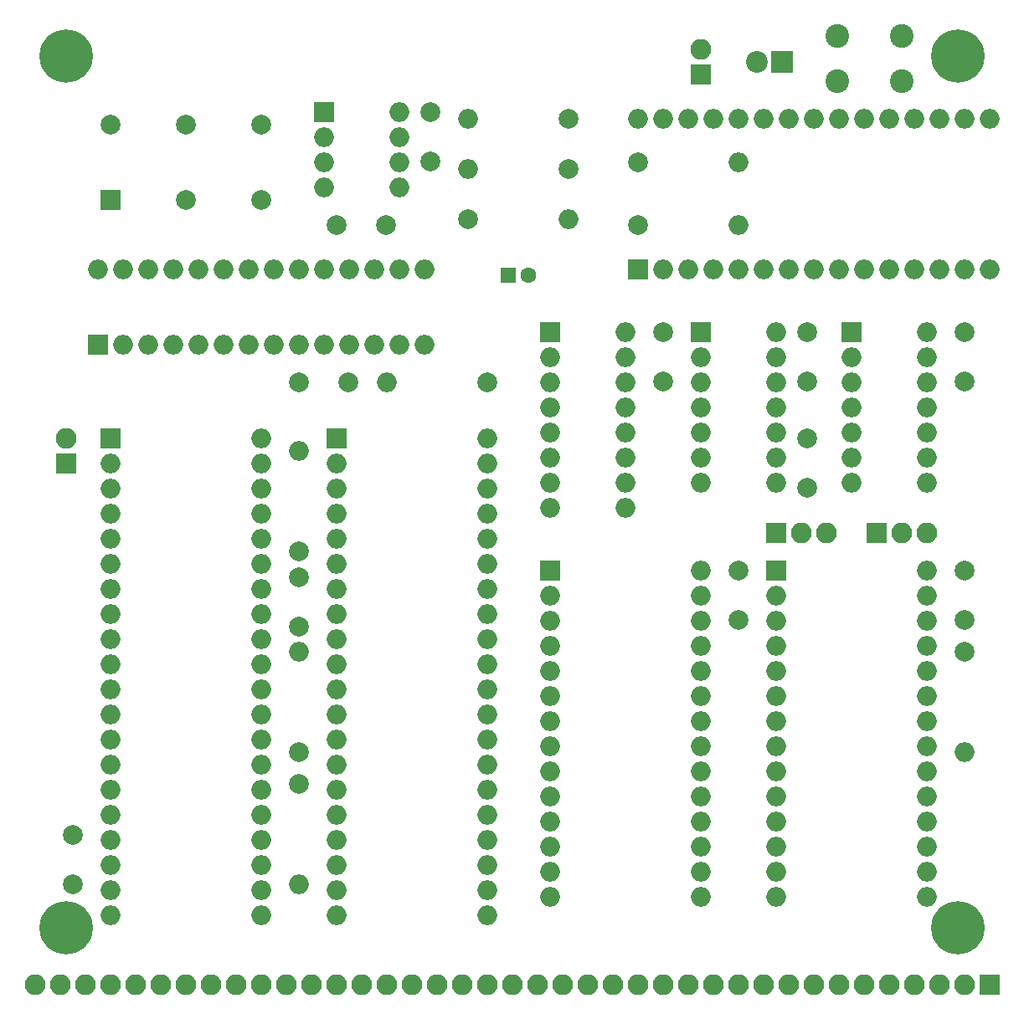
<source format=gts>
G04 #@! TF.FileFunction,Soldermask,Top*
%FSLAX46Y46*%
G04 Gerber Fmt 4.6, Leading zero omitted, Abs format (unit mm)*
G04 Created by KiCad (PCBNEW 4.0.7) date 01/02/19 15:29:26*
%MOMM*%
%LPD*%
G01*
G04 APERTURE LIST*
%ADD10C,0.100000*%
%ADD11R,2.000000X2.000000*%
%ADD12O,2.000000X2.000000*%
%ADD13C,2.000000*%
%ADD14R,2.100000X2.100000*%
%ADD15O,2.100000X2.100000*%
%ADD16C,2.400000*%
%ADD17R,1.600000X1.600000*%
%ADD18C,1.600000*%
%ADD19C,5.400000*%
%ADD20R,2.200000X2.200000*%
%ADD21C,2.200000*%
G04 APERTURE END LIST*
D10*
D11*
X147955000Y-82550000D03*
D12*
X163195000Y-130810000D03*
X147955000Y-85090000D03*
X163195000Y-128270000D03*
X147955000Y-87630000D03*
X163195000Y-125730000D03*
X147955000Y-90170000D03*
X163195000Y-123190000D03*
X147955000Y-92710000D03*
X163195000Y-120650000D03*
X147955000Y-95250000D03*
X163195000Y-118110000D03*
X147955000Y-97790000D03*
X163195000Y-115570000D03*
X147955000Y-100330000D03*
X163195000Y-113030000D03*
X147955000Y-102870000D03*
X163195000Y-110490000D03*
X147955000Y-105410000D03*
X163195000Y-107950000D03*
X147955000Y-107950000D03*
X163195000Y-105410000D03*
X147955000Y-110490000D03*
X163195000Y-102870000D03*
X147955000Y-113030000D03*
X163195000Y-100330000D03*
X147955000Y-115570000D03*
X163195000Y-97790000D03*
X147955000Y-118110000D03*
X163195000Y-95250000D03*
X147955000Y-120650000D03*
X163195000Y-92710000D03*
X147955000Y-123190000D03*
X163195000Y-90170000D03*
X147955000Y-125730000D03*
X163195000Y-87630000D03*
X147955000Y-128270000D03*
X163195000Y-85090000D03*
X147955000Y-130810000D03*
X163195000Y-82550000D03*
D13*
X144145000Y-101600000D03*
X144145000Y-96600000D03*
X188595000Y-95885000D03*
X188595000Y-100885000D03*
X211455000Y-95885000D03*
X211455000Y-100885000D03*
X211455000Y-71755000D03*
X211455000Y-76755000D03*
X147955000Y-60960000D03*
X152955000Y-60960000D03*
X195580000Y-71755000D03*
X195580000Y-76755000D03*
X121285000Y-127635000D03*
X121285000Y-122635000D03*
X144145000Y-76835000D03*
X149145000Y-76835000D03*
X157480000Y-49530000D03*
X157480000Y-54530000D03*
D11*
X178435000Y-65405000D03*
D12*
X211455000Y-50165000D03*
X180975000Y-65405000D03*
X208915000Y-50165000D03*
X183515000Y-65405000D03*
X206375000Y-50165000D03*
X186055000Y-65405000D03*
X203835000Y-50165000D03*
X188595000Y-65405000D03*
X201295000Y-50165000D03*
X191135000Y-65405000D03*
X198755000Y-50165000D03*
X193675000Y-65405000D03*
X196215000Y-50165000D03*
X196215000Y-65405000D03*
X193675000Y-50165000D03*
X198755000Y-65405000D03*
X191135000Y-50165000D03*
X201295000Y-65405000D03*
X188595000Y-50165000D03*
X203835000Y-65405000D03*
X186055000Y-50165000D03*
X206375000Y-65405000D03*
X183515000Y-50165000D03*
X208915000Y-65405000D03*
X180975000Y-50165000D03*
X211455000Y-65405000D03*
X178435000Y-50165000D03*
X213995000Y-65405000D03*
X213995000Y-50165000D03*
D14*
X213995000Y-137795000D03*
D15*
X211455000Y-137795000D03*
X208915000Y-137795000D03*
X206375000Y-137795000D03*
X203835000Y-137795000D03*
X201295000Y-137795000D03*
X198755000Y-137795000D03*
X196215000Y-137795000D03*
X193675000Y-137795000D03*
X191135000Y-137795000D03*
X188595000Y-137795000D03*
X186055000Y-137795000D03*
X183515000Y-137795000D03*
X180975000Y-137795000D03*
X178435000Y-137795000D03*
X175895000Y-137795000D03*
X173355000Y-137795000D03*
X170815000Y-137795000D03*
X168275000Y-137795000D03*
X165735000Y-137795000D03*
X163195000Y-137795000D03*
X160655000Y-137795000D03*
X158115000Y-137795000D03*
X155575000Y-137795000D03*
X153035000Y-137795000D03*
X150495000Y-137795000D03*
X147955000Y-137795000D03*
X145415000Y-137795000D03*
X142875000Y-137795000D03*
X140335000Y-137795000D03*
X137795000Y-137795000D03*
X135255000Y-137795000D03*
X132715000Y-137795000D03*
X130175000Y-137795000D03*
X127635000Y-137795000D03*
X125095000Y-137795000D03*
X122555000Y-137795000D03*
X120015000Y-137795000D03*
X117475000Y-137795000D03*
D13*
X211455000Y-104140000D03*
D12*
X211455000Y-114300000D03*
D13*
X171450000Y-50165000D03*
D12*
X161290000Y-50165000D03*
D13*
X171450000Y-55245000D03*
D12*
X161290000Y-55245000D03*
D13*
X161290000Y-60325000D03*
D12*
X171450000Y-60325000D03*
D13*
X178435000Y-54610000D03*
D12*
X188595000Y-54610000D03*
D13*
X144145000Y-117475000D03*
D12*
X144145000Y-127635000D03*
D13*
X144145000Y-114300000D03*
D12*
X144145000Y-104140000D03*
D13*
X144145000Y-93980000D03*
D12*
X144145000Y-83820000D03*
D13*
X178435000Y-60960000D03*
D12*
X188595000Y-60960000D03*
D16*
X205105000Y-41855000D03*
X205105000Y-46355000D03*
X198605000Y-41855000D03*
X198605000Y-46355000D03*
D11*
X169545000Y-95885000D03*
D12*
X184785000Y-128905000D03*
X169545000Y-98425000D03*
X184785000Y-126365000D03*
X169545000Y-100965000D03*
X184785000Y-123825000D03*
X169545000Y-103505000D03*
X184785000Y-121285000D03*
X169545000Y-106045000D03*
X184785000Y-118745000D03*
X169545000Y-108585000D03*
X184785000Y-116205000D03*
X169545000Y-111125000D03*
X184785000Y-113665000D03*
X169545000Y-113665000D03*
X184785000Y-111125000D03*
X169545000Y-116205000D03*
X184785000Y-108585000D03*
X169545000Y-118745000D03*
X184785000Y-106045000D03*
X169545000Y-121285000D03*
X184785000Y-103505000D03*
X169545000Y-123825000D03*
X184785000Y-100965000D03*
X169545000Y-126365000D03*
X184785000Y-98425000D03*
X169545000Y-128905000D03*
X184785000Y-95885000D03*
D11*
X200025000Y-71755000D03*
D12*
X207645000Y-86995000D03*
X200025000Y-74295000D03*
X207645000Y-84455000D03*
X200025000Y-76835000D03*
X207645000Y-81915000D03*
X200025000Y-79375000D03*
X207645000Y-79375000D03*
X200025000Y-81915000D03*
X207645000Y-76835000D03*
X200025000Y-84455000D03*
X207645000Y-74295000D03*
X200025000Y-86995000D03*
X207645000Y-71755000D03*
D11*
X184785000Y-71755000D03*
D12*
X192405000Y-86995000D03*
X184785000Y-74295000D03*
X192405000Y-84455000D03*
X184785000Y-76835000D03*
X192405000Y-81915000D03*
X184785000Y-79375000D03*
X192405000Y-79375000D03*
X184785000Y-81915000D03*
X192405000Y-76835000D03*
X184785000Y-84455000D03*
X192405000Y-74295000D03*
X184785000Y-86995000D03*
X192405000Y-71755000D03*
D11*
X125095000Y-82550000D03*
D12*
X140335000Y-130810000D03*
X125095000Y-85090000D03*
X140335000Y-128270000D03*
X125095000Y-87630000D03*
X140335000Y-125730000D03*
X125095000Y-90170000D03*
X140335000Y-123190000D03*
X125095000Y-92710000D03*
X140335000Y-120650000D03*
X125095000Y-95250000D03*
X140335000Y-118110000D03*
X125095000Y-97790000D03*
X140335000Y-115570000D03*
X125095000Y-100330000D03*
X140335000Y-113030000D03*
X125095000Y-102870000D03*
X140335000Y-110490000D03*
X125095000Y-105410000D03*
X140335000Y-107950000D03*
X125095000Y-107950000D03*
X140335000Y-105410000D03*
X125095000Y-110490000D03*
X140335000Y-102870000D03*
X125095000Y-113030000D03*
X140335000Y-100330000D03*
X125095000Y-115570000D03*
X140335000Y-97790000D03*
X125095000Y-118110000D03*
X140335000Y-95250000D03*
X125095000Y-120650000D03*
X140335000Y-92710000D03*
X125095000Y-123190000D03*
X140335000Y-90170000D03*
X125095000Y-125730000D03*
X140335000Y-87630000D03*
X125095000Y-128270000D03*
X140335000Y-85090000D03*
X125095000Y-130810000D03*
X140335000Y-82550000D03*
D11*
X123825000Y-73025000D03*
D12*
X156845000Y-65405000D03*
X126365000Y-73025000D03*
X154305000Y-65405000D03*
X128905000Y-73025000D03*
X151765000Y-65405000D03*
X131445000Y-73025000D03*
X149225000Y-65405000D03*
X133985000Y-73025000D03*
X146685000Y-65405000D03*
X136525000Y-73025000D03*
X144145000Y-65405000D03*
X139065000Y-73025000D03*
X141605000Y-65405000D03*
X141605000Y-73025000D03*
X139065000Y-65405000D03*
X144145000Y-73025000D03*
X136525000Y-65405000D03*
X146685000Y-73025000D03*
X133985000Y-65405000D03*
X149225000Y-73025000D03*
X131445000Y-65405000D03*
X151765000Y-73025000D03*
X128905000Y-65405000D03*
X154305000Y-73025000D03*
X126365000Y-65405000D03*
X156845000Y-73025000D03*
X123825000Y-65405000D03*
D11*
X169545000Y-71755000D03*
D12*
X177165000Y-89535000D03*
X169545000Y-74295000D03*
X177165000Y-86995000D03*
X169545000Y-76835000D03*
X177165000Y-84455000D03*
X169545000Y-79375000D03*
X177165000Y-81915000D03*
X169545000Y-81915000D03*
X177165000Y-79375000D03*
X169545000Y-84455000D03*
X177165000Y-76835000D03*
X169545000Y-86995000D03*
X177165000Y-74295000D03*
X169545000Y-89535000D03*
X177165000Y-71755000D03*
D11*
X192405000Y-95885000D03*
D12*
X207645000Y-128905000D03*
X192405000Y-98425000D03*
X207645000Y-126365000D03*
X192405000Y-100965000D03*
X207645000Y-123825000D03*
X192405000Y-103505000D03*
X207645000Y-121285000D03*
X192405000Y-106045000D03*
X207645000Y-118745000D03*
X192405000Y-108585000D03*
X207645000Y-116205000D03*
X192405000Y-111125000D03*
X207645000Y-113665000D03*
X192405000Y-113665000D03*
X207645000Y-111125000D03*
X192405000Y-116205000D03*
X207645000Y-108585000D03*
X192405000Y-118745000D03*
X207645000Y-106045000D03*
X192405000Y-121285000D03*
X207645000Y-103505000D03*
X192405000Y-123825000D03*
X207645000Y-100965000D03*
X192405000Y-126365000D03*
X207645000Y-98425000D03*
X192405000Y-128905000D03*
X207645000Y-95885000D03*
D11*
X146685000Y-49530000D03*
D12*
X154305000Y-57150000D03*
X146685000Y-52070000D03*
X154305000Y-54610000D03*
X146685000Y-54610000D03*
X154305000Y-52070000D03*
X146685000Y-57150000D03*
X154305000Y-49530000D03*
D13*
X180975000Y-71755000D03*
X180975000Y-76755000D03*
D17*
X165354000Y-66040000D03*
D18*
X167354000Y-66040000D03*
D13*
X195580000Y-82550000D03*
X195580000Y-87550000D03*
D19*
X210820000Y-132080000D03*
X120650000Y-132080000D03*
X210820000Y-43815000D03*
X120650000Y-43815000D03*
D14*
X120650000Y-85090000D03*
D15*
X120650000Y-82550000D03*
D20*
X193040000Y-44450000D03*
D21*
X190500000Y-44450000D03*
D14*
X184785000Y-45720000D03*
D15*
X184785000Y-43180000D03*
D14*
X192405000Y-92075000D03*
D15*
X194945000Y-92075000D03*
X197485000Y-92075000D03*
D14*
X202565000Y-92075000D03*
D15*
X205105000Y-92075000D03*
X207645000Y-92075000D03*
D13*
X163195000Y-76835000D03*
D12*
X153035000Y-76835000D03*
D13*
X132715000Y-58420000D03*
X132715000Y-50800000D03*
D11*
X125095000Y-58420000D03*
D13*
X125095000Y-50800000D03*
X140335000Y-50800000D03*
X140335000Y-58420000D03*
M02*

</source>
